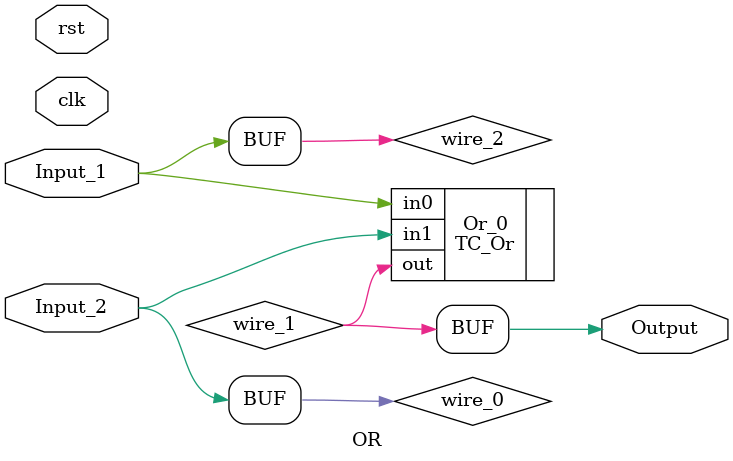
<source format=v>
module OR (clk, rst, Input_1, Input_2, Output);
  parameter UUID = 0;
  parameter NAME = "";
  input wire clk;
  input wire rst;

  input  wire [0:0] Input_1;
  input  wire [0:0] Input_2;
  output  wire [0:0] Output;

  TC_Or # (.UUID(64'd1014599580179446671 ^ UUID), .BIT_WIDTH(64'd1)) Or_0 (.in0(wire_2), .in1(wire_0), .out(wire_1));

  wire [0:0] wire_0;
  assign wire_0 = Input_2;
  wire [0:0] wire_1;
  assign Output = wire_1;
  wire [0:0] wire_2;
  assign wire_2 = Input_1;

endmodule

</source>
